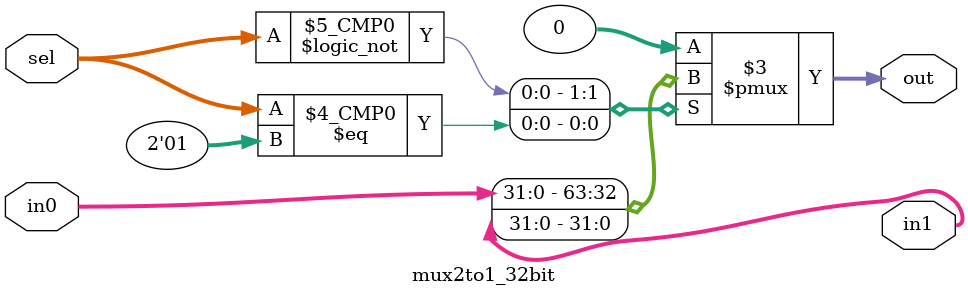
<source format=v>
module mux2to1_32bit(
    input [31:0] in0,        // 32-bit input
    input [1:0] sel,         // Two-bit selection input
    output [31:0] in1,       // First 32-bit output
    output reg [31:0] out    // Second 32-bit output
);

//When any of the inputs change, the output will be updated
always @(in0, in1, sel) begin
    case(sel)
        1'b0: out = in0;     // Select input in0
        1'b1: out = in1;     // Select input in1
        default: out = 32'b0;   // Default case or you can also define as don't care
    endcase
end

endmodule


</source>
